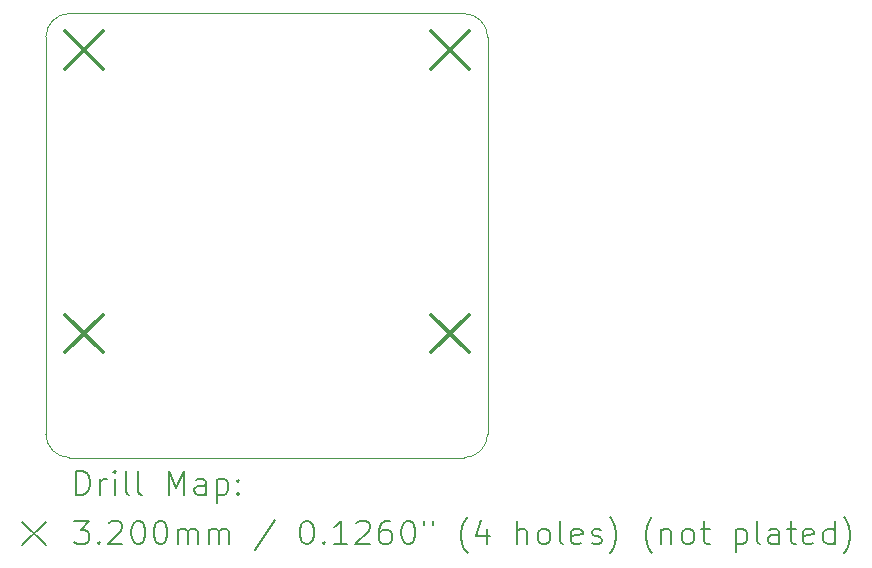
<source format=gbr>
%TF.GenerationSoftware,KiCad,Pcbnew,8.0.8*%
%TF.CreationDate,2025-02-12T15:03:38-05:00*%
%TF.ProjectId,high-power-module,68696768-2d70-46f7-9765-722d6d6f6475,rev?*%
%TF.SameCoordinates,Original*%
%TF.FileFunction,Drillmap*%
%TF.FilePolarity,Positive*%
%FSLAX45Y45*%
G04 Gerber Fmt 4.5, Leading zero omitted, Abs format (unit mm)*
G04 Created by KiCad (PCBNEW 8.0.8) date 2025-02-12 15:03:38*
%MOMM*%
%LPD*%
G01*
G04 APERTURE LIST*
%ADD10C,0.050000*%
%ADD11C,0.200000*%
%ADD12C,0.320000*%
G04 APERTURE END LIST*
D10*
X16010000Y-7040000D02*
X12670000Y-7040000D01*
X16210000Y-10600000D02*
X16210000Y-7240000D01*
X16210000Y-10600000D02*
G75*
G02*
X16010000Y-10800000I-200000J0D01*
G01*
X12670000Y-10800000D02*
X16010000Y-10800000D01*
X12470000Y-7240000D02*
G75*
G02*
X12670000Y-7040000I200000J0D01*
G01*
X12470000Y-7240000D02*
X12470000Y-10600000D01*
X16010000Y-7040000D02*
G75*
G02*
X16210000Y-7240000I0J-200000D01*
G01*
X12670000Y-10800000D02*
G75*
G02*
X12470000Y-10600000I0J200000D01*
G01*
D11*
D12*
X12630000Y-7190000D02*
X12950000Y-7510000D01*
X12950000Y-7190000D02*
X12630000Y-7510000D01*
X12630000Y-9590000D02*
X12950000Y-9910000D01*
X12950000Y-9590000D02*
X12630000Y-9910000D01*
X15730000Y-7190000D02*
X16050000Y-7510000D01*
X16050000Y-7190000D02*
X15730000Y-7510000D01*
X15730000Y-9590000D02*
X16050000Y-9910000D01*
X16050000Y-9590000D02*
X15730000Y-9910000D01*
D11*
X12728277Y-11113984D02*
X12728277Y-10913984D01*
X12728277Y-10913984D02*
X12775896Y-10913984D01*
X12775896Y-10913984D02*
X12804467Y-10923508D01*
X12804467Y-10923508D02*
X12823515Y-10942555D01*
X12823515Y-10942555D02*
X12833039Y-10961603D01*
X12833039Y-10961603D02*
X12842562Y-10999698D01*
X12842562Y-10999698D02*
X12842562Y-11028270D01*
X12842562Y-11028270D02*
X12833039Y-11066365D01*
X12833039Y-11066365D02*
X12823515Y-11085412D01*
X12823515Y-11085412D02*
X12804467Y-11104460D01*
X12804467Y-11104460D02*
X12775896Y-11113984D01*
X12775896Y-11113984D02*
X12728277Y-11113984D01*
X12928277Y-11113984D02*
X12928277Y-10980650D01*
X12928277Y-11018746D02*
X12937801Y-10999698D01*
X12937801Y-10999698D02*
X12947324Y-10990174D01*
X12947324Y-10990174D02*
X12966372Y-10980650D01*
X12966372Y-10980650D02*
X12985420Y-10980650D01*
X13052086Y-11113984D02*
X13052086Y-10980650D01*
X13052086Y-10913984D02*
X13042562Y-10923508D01*
X13042562Y-10923508D02*
X13052086Y-10933031D01*
X13052086Y-10933031D02*
X13061610Y-10923508D01*
X13061610Y-10923508D02*
X13052086Y-10913984D01*
X13052086Y-10913984D02*
X13052086Y-10933031D01*
X13175896Y-11113984D02*
X13156848Y-11104460D01*
X13156848Y-11104460D02*
X13147324Y-11085412D01*
X13147324Y-11085412D02*
X13147324Y-10913984D01*
X13280658Y-11113984D02*
X13261610Y-11104460D01*
X13261610Y-11104460D02*
X13252086Y-11085412D01*
X13252086Y-11085412D02*
X13252086Y-10913984D01*
X13509229Y-11113984D02*
X13509229Y-10913984D01*
X13509229Y-10913984D02*
X13575896Y-11056841D01*
X13575896Y-11056841D02*
X13642562Y-10913984D01*
X13642562Y-10913984D02*
X13642562Y-11113984D01*
X13823515Y-11113984D02*
X13823515Y-11009222D01*
X13823515Y-11009222D02*
X13813991Y-10990174D01*
X13813991Y-10990174D02*
X13794943Y-10980650D01*
X13794943Y-10980650D02*
X13756848Y-10980650D01*
X13756848Y-10980650D02*
X13737801Y-10990174D01*
X13823515Y-11104460D02*
X13804467Y-11113984D01*
X13804467Y-11113984D02*
X13756848Y-11113984D01*
X13756848Y-11113984D02*
X13737801Y-11104460D01*
X13737801Y-11104460D02*
X13728277Y-11085412D01*
X13728277Y-11085412D02*
X13728277Y-11066365D01*
X13728277Y-11066365D02*
X13737801Y-11047317D01*
X13737801Y-11047317D02*
X13756848Y-11037793D01*
X13756848Y-11037793D02*
X13804467Y-11037793D01*
X13804467Y-11037793D02*
X13823515Y-11028270D01*
X13918753Y-10980650D02*
X13918753Y-11180650D01*
X13918753Y-10990174D02*
X13937801Y-10980650D01*
X13937801Y-10980650D02*
X13975896Y-10980650D01*
X13975896Y-10980650D02*
X13994943Y-10990174D01*
X13994943Y-10990174D02*
X14004467Y-10999698D01*
X14004467Y-10999698D02*
X14013991Y-11018746D01*
X14013991Y-11018746D02*
X14013991Y-11075889D01*
X14013991Y-11075889D02*
X14004467Y-11094936D01*
X14004467Y-11094936D02*
X13994943Y-11104460D01*
X13994943Y-11104460D02*
X13975896Y-11113984D01*
X13975896Y-11113984D02*
X13937801Y-11113984D01*
X13937801Y-11113984D02*
X13918753Y-11104460D01*
X14099705Y-11094936D02*
X14109229Y-11104460D01*
X14109229Y-11104460D02*
X14099705Y-11113984D01*
X14099705Y-11113984D02*
X14090182Y-11104460D01*
X14090182Y-11104460D02*
X14099705Y-11094936D01*
X14099705Y-11094936D02*
X14099705Y-11113984D01*
X14099705Y-10990174D02*
X14109229Y-10999698D01*
X14109229Y-10999698D02*
X14099705Y-11009222D01*
X14099705Y-11009222D02*
X14090182Y-10999698D01*
X14090182Y-10999698D02*
X14099705Y-10990174D01*
X14099705Y-10990174D02*
X14099705Y-11009222D01*
X12267500Y-11342500D02*
X12467500Y-11542500D01*
X12467500Y-11342500D02*
X12267500Y-11542500D01*
X12709229Y-11333984D02*
X12833039Y-11333984D01*
X12833039Y-11333984D02*
X12766372Y-11410174D01*
X12766372Y-11410174D02*
X12794943Y-11410174D01*
X12794943Y-11410174D02*
X12813991Y-11419698D01*
X12813991Y-11419698D02*
X12823515Y-11429222D01*
X12823515Y-11429222D02*
X12833039Y-11448269D01*
X12833039Y-11448269D02*
X12833039Y-11495888D01*
X12833039Y-11495888D02*
X12823515Y-11514936D01*
X12823515Y-11514936D02*
X12813991Y-11524460D01*
X12813991Y-11524460D02*
X12794943Y-11533984D01*
X12794943Y-11533984D02*
X12737801Y-11533984D01*
X12737801Y-11533984D02*
X12718753Y-11524460D01*
X12718753Y-11524460D02*
X12709229Y-11514936D01*
X12918753Y-11514936D02*
X12928277Y-11524460D01*
X12928277Y-11524460D02*
X12918753Y-11533984D01*
X12918753Y-11533984D02*
X12909229Y-11524460D01*
X12909229Y-11524460D02*
X12918753Y-11514936D01*
X12918753Y-11514936D02*
X12918753Y-11533984D01*
X13004467Y-11353031D02*
X13013991Y-11343508D01*
X13013991Y-11343508D02*
X13033039Y-11333984D01*
X13033039Y-11333984D02*
X13080658Y-11333984D01*
X13080658Y-11333984D02*
X13099705Y-11343508D01*
X13099705Y-11343508D02*
X13109229Y-11353031D01*
X13109229Y-11353031D02*
X13118753Y-11372079D01*
X13118753Y-11372079D02*
X13118753Y-11391127D01*
X13118753Y-11391127D02*
X13109229Y-11419698D01*
X13109229Y-11419698D02*
X12994943Y-11533984D01*
X12994943Y-11533984D02*
X13118753Y-11533984D01*
X13242562Y-11333984D02*
X13261610Y-11333984D01*
X13261610Y-11333984D02*
X13280658Y-11343508D01*
X13280658Y-11343508D02*
X13290182Y-11353031D01*
X13290182Y-11353031D02*
X13299705Y-11372079D01*
X13299705Y-11372079D02*
X13309229Y-11410174D01*
X13309229Y-11410174D02*
X13309229Y-11457793D01*
X13309229Y-11457793D02*
X13299705Y-11495888D01*
X13299705Y-11495888D02*
X13290182Y-11514936D01*
X13290182Y-11514936D02*
X13280658Y-11524460D01*
X13280658Y-11524460D02*
X13261610Y-11533984D01*
X13261610Y-11533984D02*
X13242562Y-11533984D01*
X13242562Y-11533984D02*
X13223515Y-11524460D01*
X13223515Y-11524460D02*
X13213991Y-11514936D01*
X13213991Y-11514936D02*
X13204467Y-11495888D01*
X13204467Y-11495888D02*
X13194943Y-11457793D01*
X13194943Y-11457793D02*
X13194943Y-11410174D01*
X13194943Y-11410174D02*
X13204467Y-11372079D01*
X13204467Y-11372079D02*
X13213991Y-11353031D01*
X13213991Y-11353031D02*
X13223515Y-11343508D01*
X13223515Y-11343508D02*
X13242562Y-11333984D01*
X13433039Y-11333984D02*
X13452086Y-11333984D01*
X13452086Y-11333984D02*
X13471134Y-11343508D01*
X13471134Y-11343508D02*
X13480658Y-11353031D01*
X13480658Y-11353031D02*
X13490182Y-11372079D01*
X13490182Y-11372079D02*
X13499705Y-11410174D01*
X13499705Y-11410174D02*
X13499705Y-11457793D01*
X13499705Y-11457793D02*
X13490182Y-11495888D01*
X13490182Y-11495888D02*
X13480658Y-11514936D01*
X13480658Y-11514936D02*
X13471134Y-11524460D01*
X13471134Y-11524460D02*
X13452086Y-11533984D01*
X13452086Y-11533984D02*
X13433039Y-11533984D01*
X13433039Y-11533984D02*
X13413991Y-11524460D01*
X13413991Y-11524460D02*
X13404467Y-11514936D01*
X13404467Y-11514936D02*
X13394943Y-11495888D01*
X13394943Y-11495888D02*
X13385420Y-11457793D01*
X13385420Y-11457793D02*
X13385420Y-11410174D01*
X13385420Y-11410174D02*
X13394943Y-11372079D01*
X13394943Y-11372079D02*
X13404467Y-11353031D01*
X13404467Y-11353031D02*
X13413991Y-11343508D01*
X13413991Y-11343508D02*
X13433039Y-11333984D01*
X13585420Y-11533984D02*
X13585420Y-11400650D01*
X13585420Y-11419698D02*
X13594943Y-11410174D01*
X13594943Y-11410174D02*
X13613991Y-11400650D01*
X13613991Y-11400650D02*
X13642563Y-11400650D01*
X13642563Y-11400650D02*
X13661610Y-11410174D01*
X13661610Y-11410174D02*
X13671134Y-11429222D01*
X13671134Y-11429222D02*
X13671134Y-11533984D01*
X13671134Y-11429222D02*
X13680658Y-11410174D01*
X13680658Y-11410174D02*
X13699705Y-11400650D01*
X13699705Y-11400650D02*
X13728277Y-11400650D01*
X13728277Y-11400650D02*
X13747324Y-11410174D01*
X13747324Y-11410174D02*
X13756848Y-11429222D01*
X13756848Y-11429222D02*
X13756848Y-11533984D01*
X13852086Y-11533984D02*
X13852086Y-11400650D01*
X13852086Y-11419698D02*
X13861610Y-11410174D01*
X13861610Y-11410174D02*
X13880658Y-11400650D01*
X13880658Y-11400650D02*
X13909229Y-11400650D01*
X13909229Y-11400650D02*
X13928277Y-11410174D01*
X13928277Y-11410174D02*
X13937801Y-11429222D01*
X13937801Y-11429222D02*
X13937801Y-11533984D01*
X13937801Y-11429222D02*
X13947324Y-11410174D01*
X13947324Y-11410174D02*
X13966372Y-11400650D01*
X13966372Y-11400650D02*
X13994943Y-11400650D01*
X13994943Y-11400650D02*
X14013991Y-11410174D01*
X14013991Y-11410174D02*
X14023515Y-11429222D01*
X14023515Y-11429222D02*
X14023515Y-11533984D01*
X14413991Y-11324460D02*
X14242563Y-11581603D01*
X14671134Y-11333984D02*
X14690182Y-11333984D01*
X14690182Y-11333984D02*
X14709229Y-11343508D01*
X14709229Y-11343508D02*
X14718753Y-11353031D01*
X14718753Y-11353031D02*
X14728277Y-11372079D01*
X14728277Y-11372079D02*
X14737801Y-11410174D01*
X14737801Y-11410174D02*
X14737801Y-11457793D01*
X14737801Y-11457793D02*
X14728277Y-11495888D01*
X14728277Y-11495888D02*
X14718753Y-11514936D01*
X14718753Y-11514936D02*
X14709229Y-11524460D01*
X14709229Y-11524460D02*
X14690182Y-11533984D01*
X14690182Y-11533984D02*
X14671134Y-11533984D01*
X14671134Y-11533984D02*
X14652086Y-11524460D01*
X14652086Y-11524460D02*
X14642563Y-11514936D01*
X14642563Y-11514936D02*
X14633039Y-11495888D01*
X14633039Y-11495888D02*
X14623515Y-11457793D01*
X14623515Y-11457793D02*
X14623515Y-11410174D01*
X14623515Y-11410174D02*
X14633039Y-11372079D01*
X14633039Y-11372079D02*
X14642563Y-11353031D01*
X14642563Y-11353031D02*
X14652086Y-11343508D01*
X14652086Y-11343508D02*
X14671134Y-11333984D01*
X14823515Y-11514936D02*
X14833039Y-11524460D01*
X14833039Y-11524460D02*
X14823515Y-11533984D01*
X14823515Y-11533984D02*
X14813991Y-11524460D01*
X14813991Y-11524460D02*
X14823515Y-11514936D01*
X14823515Y-11514936D02*
X14823515Y-11533984D01*
X15023515Y-11533984D02*
X14909229Y-11533984D01*
X14966372Y-11533984D02*
X14966372Y-11333984D01*
X14966372Y-11333984D02*
X14947325Y-11362555D01*
X14947325Y-11362555D02*
X14928277Y-11381603D01*
X14928277Y-11381603D02*
X14909229Y-11391127D01*
X15099706Y-11353031D02*
X15109229Y-11343508D01*
X15109229Y-11343508D02*
X15128277Y-11333984D01*
X15128277Y-11333984D02*
X15175896Y-11333984D01*
X15175896Y-11333984D02*
X15194944Y-11343508D01*
X15194944Y-11343508D02*
X15204467Y-11353031D01*
X15204467Y-11353031D02*
X15213991Y-11372079D01*
X15213991Y-11372079D02*
X15213991Y-11391127D01*
X15213991Y-11391127D02*
X15204467Y-11419698D01*
X15204467Y-11419698D02*
X15090182Y-11533984D01*
X15090182Y-11533984D02*
X15213991Y-11533984D01*
X15385420Y-11333984D02*
X15347325Y-11333984D01*
X15347325Y-11333984D02*
X15328277Y-11343508D01*
X15328277Y-11343508D02*
X15318753Y-11353031D01*
X15318753Y-11353031D02*
X15299706Y-11381603D01*
X15299706Y-11381603D02*
X15290182Y-11419698D01*
X15290182Y-11419698D02*
X15290182Y-11495888D01*
X15290182Y-11495888D02*
X15299706Y-11514936D01*
X15299706Y-11514936D02*
X15309229Y-11524460D01*
X15309229Y-11524460D02*
X15328277Y-11533984D01*
X15328277Y-11533984D02*
X15366372Y-11533984D01*
X15366372Y-11533984D02*
X15385420Y-11524460D01*
X15385420Y-11524460D02*
X15394944Y-11514936D01*
X15394944Y-11514936D02*
X15404467Y-11495888D01*
X15404467Y-11495888D02*
X15404467Y-11448269D01*
X15404467Y-11448269D02*
X15394944Y-11429222D01*
X15394944Y-11429222D02*
X15385420Y-11419698D01*
X15385420Y-11419698D02*
X15366372Y-11410174D01*
X15366372Y-11410174D02*
X15328277Y-11410174D01*
X15328277Y-11410174D02*
X15309229Y-11419698D01*
X15309229Y-11419698D02*
X15299706Y-11429222D01*
X15299706Y-11429222D02*
X15290182Y-11448269D01*
X15528277Y-11333984D02*
X15547325Y-11333984D01*
X15547325Y-11333984D02*
X15566372Y-11343508D01*
X15566372Y-11343508D02*
X15575896Y-11353031D01*
X15575896Y-11353031D02*
X15585420Y-11372079D01*
X15585420Y-11372079D02*
X15594944Y-11410174D01*
X15594944Y-11410174D02*
X15594944Y-11457793D01*
X15594944Y-11457793D02*
X15585420Y-11495888D01*
X15585420Y-11495888D02*
X15575896Y-11514936D01*
X15575896Y-11514936D02*
X15566372Y-11524460D01*
X15566372Y-11524460D02*
X15547325Y-11533984D01*
X15547325Y-11533984D02*
X15528277Y-11533984D01*
X15528277Y-11533984D02*
X15509229Y-11524460D01*
X15509229Y-11524460D02*
X15499706Y-11514936D01*
X15499706Y-11514936D02*
X15490182Y-11495888D01*
X15490182Y-11495888D02*
X15480658Y-11457793D01*
X15480658Y-11457793D02*
X15480658Y-11410174D01*
X15480658Y-11410174D02*
X15490182Y-11372079D01*
X15490182Y-11372079D02*
X15499706Y-11353031D01*
X15499706Y-11353031D02*
X15509229Y-11343508D01*
X15509229Y-11343508D02*
X15528277Y-11333984D01*
X15671134Y-11333984D02*
X15671134Y-11372079D01*
X15747325Y-11333984D02*
X15747325Y-11372079D01*
X16042563Y-11610174D02*
X16033039Y-11600650D01*
X16033039Y-11600650D02*
X16013991Y-11572079D01*
X16013991Y-11572079D02*
X16004468Y-11553031D01*
X16004468Y-11553031D02*
X15994944Y-11524460D01*
X15994944Y-11524460D02*
X15985420Y-11476841D01*
X15985420Y-11476841D02*
X15985420Y-11438746D01*
X15985420Y-11438746D02*
X15994944Y-11391127D01*
X15994944Y-11391127D02*
X16004468Y-11362555D01*
X16004468Y-11362555D02*
X16013991Y-11343508D01*
X16013991Y-11343508D02*
X16033039Y-11314936D01*
X16033039Y-11314936D02*
X16042563Y-11305412D01*
X16204468Y-11400650D02*
X16204468Y-11533984D01*
X16156848Y-11324460D02*
X16109229Y-11467317D01*
X16109229Y-11467317D02*
X16233039Y-11467317D01*
X16461610Y-11533984D02*
X16461610Y-11333984D01*
X16547325Y-11533984D02*
X16547325Y-11429222D01*
X16547325Y-11429222D02*
X16537801Y-11410174D01*
X16537801Y-11410174D02*
X16518753Y-11400650D01*
X16518753Y-11400650D02*
X16490182Y-11400650D01*
X16490182Y-11400650D02*
X16471134Y-11410174D01*
X16471134Y-11410174D02*
X16461610Y-11419698D01*
X16671134Y-11533984D02*
X16652087Y-11524460D01*
X16652087Y-11524460D02*
X16642563Y-11514936D01*
X16642563Y-11514936D02*
X16633039Y-11495888D01*
X16633039Y-11495888D02*
X16633039Y-11438746D01*
X16633039Y-11438746D02*
X16642563Y-11419698D01*
X16642563Y-11419698D02*
X16652087Y-11410174D01*
X16652087Y-11410174D02*
X16671134Y-11400650D01*
X16671134Y-11400650D02*
X16699706Y-11400650D01*
X16699706Y-11400650D02*
X16718753Y-11410174D01*
X16718753Y-11410174D02*
X16728277Y-11419698D01*
X16728277Y-11419698D02*
X16737801Y-11438746D01*
X16737801Y-11438746D02*
X16737801Y-11495888D01*
X16737801Y-11495888D02*
X16728277Y-11514936D01*
X16728277Y-11514936D02*
X16718753Y-11524460D01*
X16718753Y-11524460D02*
X16699706Y-11533984D01*
X16699706Y-11533984D02*
X16671134Y-11533984D01*
X16852087Y-11533984D02*
X16833039Y-11524460D01*
X16833039Y-11524460D02*
X16823515Y-11505412D01*
X16823515Y-11505412D02*
X16823515Y-11333984D01*
X17004468Y-11524460D02*
X16985420Y-11533984D01*
X16985420Y-11533984D02*
X16947325Y-11533984D01*
X16947325Y-11533984D02*
X16928277Y-11524460D01*
X16928277Y-11524460D02*
X16918753Y-11505412D01*
X16918753Y-11505412D02*
X16918753Y-11429222D01*
X16918753Y-11429222D02*
X16928277Y-11410174D01*
X16928277Y-11410174D02*
X16947325Y-11400650D01*
X16947325Y-11400650D02*
X16985420Y-11400650D01*
X16985420Y-11400650D02*
X17004468Y-11410174D01*
X17004468Y-11410174D02*
X17013992Y-11429222D01*
X17013992Y-11429222D02*
X17013992Y-11448269D01*
X17013992Y-11448269D02*
X16918753Y-11467317D01*
X17090182Y-11524460D02*
X17109230Y-11533984D01*
X17109230Y-11533984D02*
X17147325Y-11533984D01*
X17147325Y-11533984D02*
X17166373Y-11524460D01*
X17166373Y-11524460D02*
X17175896Y-11505412D01*
X17175896Y-11505412D02*
X17175896Y-11495888D01*
X17175896Y-11495888D02*
X17166373Y-11476841D01*
X17166373Y-11476841D02*
X17147325Y-11467317D01*
X17147325Y-11467317D02*
X17118753Y-11467317D01*
X17118753Y-11467317D02*
X17099706Y-11457793D01*
X17099706Y-11457793D02*
X17090182Y-11438746D01*
X17090182Y-11438746D02*
X17090182Y-11429222D01*
X17090182Y-11429222D02*
X17099706Y-11410174D01*
X17099706Y-11410174D02*
X17118753Y-11400650D01*
X17118753Y-11400650D02*
X17147325Y-11400650D01*
X17147325Y-11400650D02*
X17166373Y-11410174D01*
X17242563Y-11610174D02*
X17252087Y-11600650D01*
X17252087Y-11600650D02*
X17271134Y-11572079D01*
X17271134Y-11572079D02*
X17280658Y-11553031D01*
X17280658Y-11553031D02*
X17290182Y-11524460D01*
X17290182Y-11524460D02*
X17299706Y-11476841D01*
X17299706Y-11476841D02*
X17299706Y-11438746D01*
X17299706Y-11438746D02*
X17290182Y-11391127D01*
X17290182Y-11391127D02*
X17280658Y-11362555D01*
X17280658Y-11362555D02*
X17271134Y-11343508D01*
X17271134Y-11343508D02*
X17252087Y-11314936D01*
X17252087Y-11314936D02*
X17242563Y-11305412D01*
X17604468Y-11610174D02*
X17594944Y-11600650D01*
X17594944Y-11600650D02*
X17575896Y-11572079D01*
X17575896Y-11572079D02*
X17566373Y-11553031D01*
X17566373Y-11553031D02*
X17556849Y-11524460D01*
X17556849Y-11524460D02*
X17547325Y-11476841D01*
X17547325Y-11476841D02*
X17547325Y-11438746D01*
X17547325Y-11438746D02*
X17556849Y-11391127D01*
X17556849Y-11391127D02*
X17566373Y-11362555D01*
X17566373Y-11362555D02*
X17575896Y-11343508D01*
X17575896Y-11343508D02*
X17594944Y-11314936D01*
X17594944Y-11314936D02*
X17604468Y-11305412D01*
X17680658Y-11400650D02*
X17680658Y-11533984D01*
X17680658Y-11419698D02*
X17690182Y-11410174D01*
X17690182Y-11410174D02*
X17709230Y-11400650D01*
X17709230Y-11400650D02*
X17737801Y-11400650D01*
X17737801Y-11400650D02*
X17756849Y-11410174D01*
X17756849Y-11410174D02*
X17766373Y-11429222D01*
X17766373Y-11429222D02*
X17766373Y-11533984D01*
X17890182Y-11533984D02*
X17871134Y-11524460D01*
X17871134Y-11524460D02*
X17861611Y-11514936D01*
X17861611Y-11514936D02*
X17852087Y-11495888D01*
X17852087Y-11495888D02*
X17852087Y-11438746D01*
X17852087Y-11438746D02*
X17861611Y-11419698D01*
X17861611Y-11419698D02*
X17871134Y-11410174D01*
X17871134Y-11410174D02*
X17890182Y-11400650D01*
X17890182Y-11400650D02*
X17918754Y-11400650D01*
X17918754Y-11400650D02*
X17937801Y-11410174D01*
X17937801Y-11410174D02*
X17947325Y-11419698D01*
X17947325Y-11419698D02*
X17956849Y-11438746D01*
X17956849Y-11438746D02*
X17956849Y-11495888D01*
X17956849Y-11495888D02*
X17947325Y-11514936D01*
X17947325Y-11514936D02*
X17937801Y-11524460D01*
X17937801Y-11524460D02*
X17918754Y-11533984D01*
X17918754Y-11533984D02*
X17890182Y-11533984D01*
X18013992Y-11400650D02*
X18090182Y-11400650D01*
X18042563Y-11333984D02*
X18042563Y-11505412D01*
X18042563Y-11505412D02*
X18052087Y-11524460D01*
X18052087Y-11524460D02*
X18071134Y-11533984D01*
X18071134Y-11533984D02*
X18090182Y-11533984D01*
X18309230Y-11400650D02*
X18309230Y-11600650D01*
X18309230Y-11410174D02*
X18328277Y-11400650D01*
X18328277Y-11400650D02*
X18366373Y-11400650D01*
X18366373Y-11400650D02*
X18385420Y-11410174D01*
X18385420Y-11410174D02*
X18394944Y-11419698D01*
X18394944Y-11419698D02*
X18404468Y-11438746D01*
X18404468Y-11438746D02*
X18404468Y-11495888D01*
X18404468Y-11495888D02*
X18394944Y-11514936D01*
X18394944Y-11514936D02*
X18385420Y-11524460D01*
X18385420Y-11524460D02*
X18366373Y-11533984D01*
X18366373Y-11533984D02*
X18328277Y-11533984D01*
X18328277Y-11533984D02*
X18309230Y-11524460D01*
X18518754Y-11533984D02*
X18499706Y-11524460D01*
X18499706Y-11524460D02*
X18490182Y-11505412D01*
X18490182Y-11505412D02*
X18490182Y-11333984D01*
X18680658Y-11533984D02*
X18680658Y-11429222D01*
X18680658Y-11429222D02*
X18671135Y-11410174D01*
X18671135Y-11410174D02*
X18652087Y-11400650D01*
X18652087Y-11400650D02*
X18613992Y-11400650D01*
X18613992Y-11400650D02*
X18594944Y-11410174D01*
X18680658Y-11524460D02*
X18661611Y-11533984D01*
X18661611Y-11533984D02*
X18613992Y-11533984D01*
X18613992Y-11533984D02*
X18594944Y-11524460D01*
X18594944Y-11524460D02*
X18585420Y-11505412D01*
X18585420Y-11505412D02*
X18585420Y-11486365D01*
X18585420Y-11486365D02*
X18594944Y-11467317D01*
X18594944Y-11467317D02*
X18613992Y-11457793D01*
X18613992Y-11457793D02*
X18661611Y-11457793D01*
X18661611Y-11457793D02*
X18680658Y-11448269D01*
X18747325Y-11400650D02*
X18823515Y-11400650D01*
X18775896Y-11333984D02*
X18775896Y-11505412D01*
X18775896Y-11505412D02*
X18785420Y-11524460D01*
X18785420Y-11524460D02*
X18804468Y-11533984D01*
X18804468Y-11533984D02*
X18823515Y-11533984D01*
X18966373Y-11524460D02*
X18947325Y-11533984D01*
X18947325Y-11533984D02*
X18909230Y-11533984D01*
X18909230Y-11533984D02*
X18890182Y-11524460D01*
X18890182Y-11524460D02*
X18880658Y-11505412D01*
X18880658Y-11505412D02*
X18880658Y-11429222D01*
X18880658Y-11429222D02*
X18890182Y-11410174D01*
X18890182Y-11410174D02*
X18909230Y-11400650D01*
X18909230Y-11400650D02*
X18947325Y-11400650D01*
X18947325Y-11400650D02*
X18966373Y-11410174D01*
X18966373Y-11410174D02*
X18975896Y-11429222D01*
X18975896Y-11429222D02*
X18975896Y-11448269D01*
X18975896Y-11448269D02*
X18880658Y-11467317D01*
X19147325Y-11533984D02*
X19147325Y-11333984D01*
X19147325Y-11524460D02*
X19128277Y-11533984D01*
X19128277Y-11533984D02*
X19090182Y-11533984D01*
X19090182Y-11533984D02*
X19071135Y-11524460D01*
X19071135Y-11524460D02*
X19061611Y-11514936D01*
X19061611Y-11514936D02*
X19052087Y-11495888D01*
X19052087Y-11495888D02*
X19052087Y-11438746D01*
X19052087Y-11438746D02*
X19061611Y-11419698D01*
X19061611Y-11419698D02*
X19071135Y-11410174D01*
X19071135Y-11410174D02*
X19090182Y-11400650D01*
X19090182Y-11400650D02*
X19128277Y-11400650D01*
X19128277Y-11400650D02*
X19147325Y-11410174D01*
X19223516Y-11610174D02*
X19233039Y-11600650D01*
X19233039Y-11600650D02*
X19252087Y-11572079D01*
X19252087Y-11572079D02*
X19261611Y-11553031D01*
X19261611Y-11553031D02*
X19271135Y-11524460D01*
X19271135Y-11524460D02*
X19280658Y-11476841D01*
X19280658Y-11476841D02*
X19280658Y-11438746D01*
X19280658Y-11438746D02*
X19271135Y-11391127D01*
X19271135Y-11391127D02*
X19261611Y-11362555D01*
X19261611Y-11362555D02*
X19252087Y-11343508D01*
X19252087Y-11343508D02*
X19233039Y-11314936D01*
X19233039Y-11314936D02*
X19223516Y-11305412D01*
M02*

</source>
